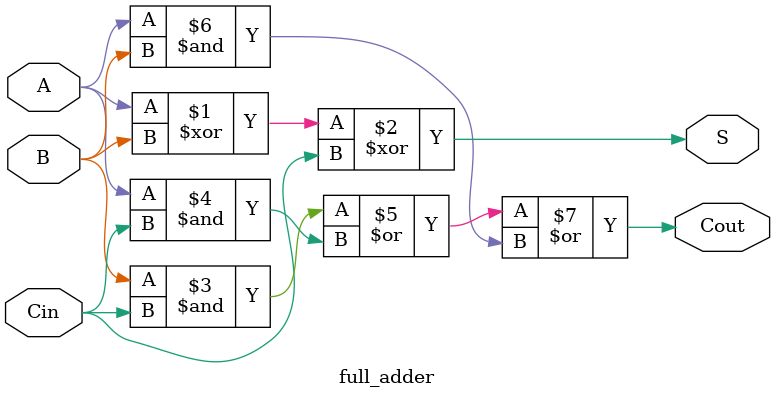
<source format=v>
`timescale 1ns / 1ps

module full_adder(
        input A, B, Cin,
        output S, Cout
    );
    wire s1, c1, c2;
    
    xor (S, A, B, Cin);
    or (Cout, B & Cin, A & Cin, A & B);
endmodule
</source>
